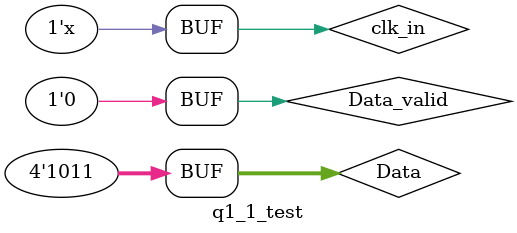
<source format=v>
`timescale 1ns / 1ps


module q1_1_test;

	// Inputs
	reg [3:0] Data;
	reg Data_valid;
	reg clk_in;

	// Outputs
	wire IO_Select;
	wire clk_out;

	// Bidirs
	wire [3:0] Data_IO;

	// Instantiate the Unit Under Test (UUT)
	Q1_1 uut (
		.Data(Data), 
		.Data_valid(Data_valid), 
		.clk_in(clk_in), 
		.IO_Select(IO_Select), 
		.clk_out(clk_out), 
		.Data_IO(Data_IO)
	);

	initial begin
		// Initialize Inputs
		Data = 0;
		Data_valid = 1;
		clk_in = 0;
		// Wait 100 ns for global reset to finish
		#100;
      Data = 4'b1111;
		Data_valid = 0;
		#100;
		Data = 4'b1011;
		Data_valid = 1;
		#100;
		Data = 4'b0000;
		Data_valid = 1;
		#100;
		Data = 4'b1110;
		Data_valid = 1;
		#100;
		Data = 4'b1011;
		Data_valid = 0;
		#100;

		

		// Add stimulus here
	end
always #10 clk_in=~clk_in;
endmodule


</source>
